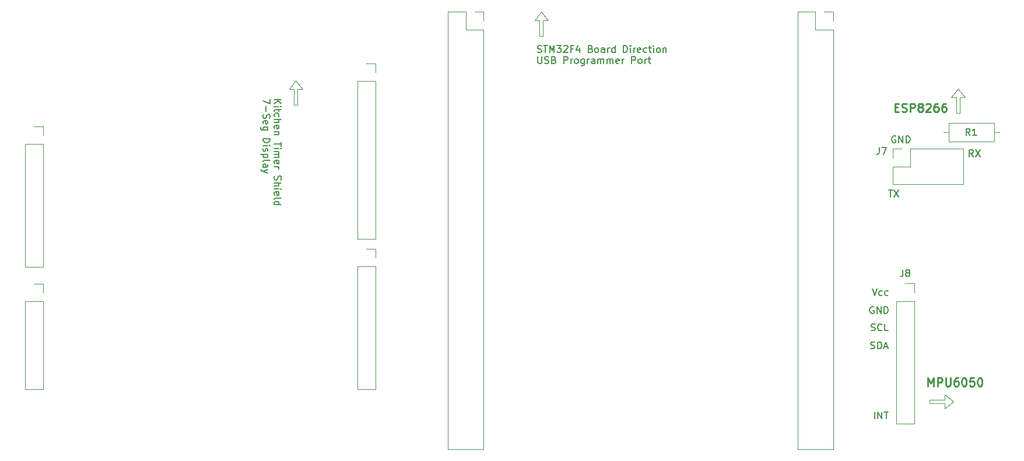
<source format=gbr>
%TF.GenerationSoftware,KiCad,Pcbnew,7.0.1*%
%TF.CreationDate,2023-05-07T16:57:40-06:00*%
%TF.ProjectId,Phase_C_STM_Shield,50686173-655f-4435-9f53-544d5f536869,rev?*%
%TF.SameCoordinates,Original*%
%TF.FileFunction,Legend,Top*%
%TF.FilePolarity,Positive*%
%FSLAX46Y46*%
G04 Gerber Fmt 4.6, Leading zero omitted, Abs format (unit mm)*
G04 Created by KiCad (PCBNEW 7.0.1) date 2023-05-07 16:57:40*
%MOMM*%
%LPD*%
G01*
G04 APERTURE LIST*
%ADD10C,0.120000*%
%ADD11C,0.150000*%
%ADD12C,0.240000*%
G04 APERTURE END LIST*
D10*
X85742400Y-51958400D02*
X84742400Y-50708400D01*
X84742400Y-50708400D02*
X83742400Y-51958400D01*
X180654800Y-53152800D02*
X179904800Y-53152800D01*
X120134600Y-41970600D02*
X119384600Y-41970600D01*
X121384600Y-41970600D02*
X120384600Y-40720600D01*
X178968400Y-98362200D02*
X178968400Y-97612200D01*
X84492400Y-51958400D02*
X83742400Y-51958400D01*
X180654800Y-55402800D02*
X181154800Y-55402800D01*
X84492400Y-54208400D02*
X84992400Y-54208400D01*
X180654800Y-53152800D02*
X180654800Y-55402800D01*
X84492400Y-51958400D02*
X84492400Y-54208400D01*
X121384600Y-41970600D02*
X120634600Y-41970600D01*
X178968400Y-97112200D02*
X176718400Y-97112200D01*
X181154800Y-55402800D02*
X181154800Y-53152800D01*
X180218400Y-97362200D02*
X178968400Y-96362200D01*
X181904800Y-53152800D02*
X181154800Y-53152800D01*
X180904800Y-51902800D02*
X179904800Y-53152800D01*
X176718400Y-97112200D02*
X176718400Y-97612200D01*
X178968400Y-97112200D02*
X178968400Y-96362200D01*
X85742400Y-51958400D02*
X84992400Y-51958400D01*
X84992400Y-54208400D02*
X84992400Y-51958400D01*
X120134600Y-44220600D02*
X120634600Y-44220600D01*
X178968400Y-98362200D02*
X180218400Y-97362200D01*
X120634600Y-44220600D02*
X120634600Y-41970600D01*
X176718400Y-97612200D02*
X178968400Y-97612200D01*
X120134600Y-41970600D02*
X120134600Y-44220600D01*
X120384600Y-40720600D02*
X119384600Y-41970600D01*
X181904800Y-53152800D02*
X180904800Y-51902800D01*
D11*
X183078933Y-61783619D02*
X182745600Y-61307428D01*
X182507505Y-61783619D02*
X182507505Y-60783619D01*
X182507505Y-60783619D02*
X182888457Y-60783619D01*
X182888457Y-60783619D02*
X182983695Y-60831238D01*
X182983695Y-60831238D02*
X183031314Y-60878857D01*
X183031314Y-60878857D02*
X183078933Y-60974095D01*
X183078933Y-60974095D02*
X183078933Y-61116952D01*
X183078933Y-61116952D02*
X183031314Y-61212190D01*
X183031314Y-61212190D02*
X182983695Y-61259809D01*
X182983695Y-61259809D02*
X182888457Y-61307428D01*
X182888457Y-61307428D02*
X182507505Y-61307428D01*
X183412267Y-60783619D02*
X184078933Y-61783619D01*
X184078933Y-60783619D02*
X183412267Y-61783619D01*
X168252924Y-87003600D02*
X168395781Y-87051219D01*
X168395781Y-87051219D02*
X168633876Y-87051219D01*
X168633876Y-87051219D02*
X168729114Y-87003600D01*
X168729114Y-87003600D02*
X168776733Y-86955980D01*
X168776733Y-86955980D02*
X168824352Y-86860742D01*
X168824352Y-86860742D02*
X168824352Y-86765504D01*
X168824352Y-86765504D02*
X168776733Y-86670266D01*
X168776733Y-86670266D02*
X168729114Y-86622647D01*
X168729114Y-86622647D02*
X168633876Y-86575028D01*
X168633876Y-86575028D02*
X168443400Y-86527409D01*
X168443400Y-86527409D02*
X168348162Y-86479790D01*
X168348162Y-86479790D02*
X168300543Y-86432171D01*
X168300543Y-86432171D02*
X168252924Y-86336933D01*
X168252924Y-86336933D02*
X168252924Y-86241695D01*
X168252924Y-86241695D02*
X168300543Y-86146457D01*
X168300543Y-86146457D02*
X168348162Y-86098838D01*
X168348162Y-86098838D02*
X168443400Y-86051219D01*
X168443400Y-86051219D02*
X168681495Y-86051219D01*
X168681495Y-86051219D02*
X168824352Y-86098838D01*
X169824352Y-86955980D02*
X169776733Y-87003600D01*
X169776733Y-87003600D02*
X169633876Y-87051219D01*
X169633876Y-87051219D02*
X169538638Y-87051219D01*
X169538638Y-87051219D02*
X169395781Y-87003600D01*
X169395781Y-87003600D02*
X169300543Y-86908361D01*
X169300543Y-86908361D02*
X169252924Y-86813123D01*
X169252924Y-86813123D02*
X169205305Y-86622647D01*
X169205305Y-86622647D02*
X169205305Y-86479790D01*
X169205305Y-86479790D02*
X169252924Y-86289314D01*
X169252924Y-86289314D02*
X169300543Y-86194076D01*
X169300543Y-86194076D02*
X169395781Y-86098838D01*
X169395781Y-86098838D02*
X169538638Y-86051219D01*
X169538638Y-86051219D02*
X169633876Y-86051219D01*
X169633876Y-86051219D02*
X169776733Y-86098838D01*
X169776733Y-86098838D02*
X169824352Y-86146457D01*
X170729114Y-87051219D02*
X170252924Y-87051219D01*
X170252924Y-87051219D02*
X170252924Y-86051219D01*
X119825076Y-46575600D02*
X119967933Y-46623219D01*
X119967933Y-46623219D02*
X120206028Y-46623219D01*
X120206028Y-46623219D02*
X120301266Y-46575600D01*
X120301266Y-46575600D02*
X120348885Y-46527980D01*
X120348885Y-46527980D02*
X120396504Y-46432742D01*
X120396504Y-46432742D02*
X120396504Y-46337504D01*
X120396504Y-46337504D02*
X120348885Y-46242266D01*
X120348885Y-46242266D02*
X120301266Y-46194647D01*
X120301266Y-46194647D02*
X120206028Y-46147028D01*
X120206028Y-46147028D02*
X120015552Y-46099409D01*
X120015552Y-46099409D02*
X119920314Y-46051790D01*
X119920314Y-46051790D02*
X119872695Y-46004171D01*
X119872695Y-46004171D02*
X119825076Y-45908933D01*
X119825076Y-45908933D02*
X119825076Y-45813695D01*
X119825076Y-45813695D02*
X119872695Y-45718457D01*
X119872695Y-45718457D02*
X119920314Y-45670838D01*
X119920314Y-45670838D02*
X120015552Y-45623219D01*
X120015552Y-45623219D02*
X120253647Y-45623219D01*
X120253647Y-45623219D02*
X120396504Y-45670838D01*
X120682219Y-45623219D02*
X121253647Y-45623219D01*
X120967933Y-46623219D02*
X120967933Y-45623219D01*
X121586981Y-46623219D02*
X121586981Y-45623219D01*
X121586981Y-45623219D02*
X121920314Y-46337504D01*
X121920314Y-46337504D02*
X122253647Y-45623219D01*
X122253647Y-45623219D02*
X122253647Y-46623219D01*
X122634600Y-45623219D02*
X123253647Y-45623219D01*
X123253647Y-45623219D02*
X122920314Y-46004171D01*
X122920314Y-46004171D02*
X123063171Y-46004171D01*
X123063171Y-46004171D02*
X123158409Y-46051790D01*
X123158409Y-46051790D02*
X123206028Y-46099409D01*
X123206028Y-46099409D02*
X123253647Y-46194647D01*
X123253647Y-46194647D02*
X123253647Y-46432742D01*
X123253647Y-46432742D02*
X123206028Y-46527980D01*
X123206028Y-46527980D02*
X123158409Y-46575600D01*
X123158409Y-46575600D02*
X123063171Y-46623219D01*
X123063171Y-46623219D02*
X122777457Y-46623219D01*
X122777457Y-46623219D02*
X122682219Y-46575600D01*
X122682219Y-46575600D02*
X122634600Y-46527980D01*
X123634600Y-45718457D02*
X123682219Y-45670838D01*
X123682219Y-45670838D02*
X123777457Y-45623219D01*
X123777457Y-45623219D02*
X124015552Y-45623219D01*
X124015552Y-45623219D02*
X124110790Y-45670838D01*
X124110790Y-45670838D02*
X124158409Y-45718457D01*
X124158409Y-45718457D02*
X124206028Y-45813695D01*
X124206028Y-45813695D02*
X124206028Y-45908933D01*
X124206028Y-45908933D02*
X124158409Y-46051790D01*
X124158409Y-46051790D02*
X123586981Y-46623219D01*
X123586981Y-46623219D02*
X124206028Y-46623219D01*
X124967933Y-46099409D02*
X124634600Y-46099409D01*
X124634600Y-46623219D02*
X124634600Y-45623219D01*
X124634600Y-45623219D02*
X125110790Y-45623219D01*
X125920314Y-45956552D02*
X125920314Y-46623219D01*
X125682219Y-45575600D02*
X125444124Y-46289885D01*
X125444124Y-46289885D02*
X126063171Y-46289885D01*
X127539362Y-46099409D02*
X127682219Y-46147028D01*
X127682219Y-46147028D02*
X127729838Y-46194647D01*
X127729838Y-46194647D02*
X127777457Y-46289885D01*
X127777457Y-46289885D02*
X127777457Y-46432742D01*
X127777457Y-46432742D02*
X127729838Y-46527980D01*
X127729838Y-46527980D02*
X127682219Y-46575600D01*
X127682219Y-46575600D02*
X127586981Y-46623219D01*
X127586981Y-46623219D02*
X127206029Y-46623219D01*
X127206029Y-46623219D02*
X127206029Y-45623219D01*
X127206029Y-45623219D02*
X127539362Y-45623219D01*
X127539362Y-45623219D02*
X127634600Y-45670838D01*
X127634600Y-45670838D02*
X127682219Y-45718457D01*
X127682219Y-45718457D02*
X127729838Y-45813695D01*
X127729838Y-45813695D02*
X127729838Y-45908933D01*
X127729838Y-45908933D02*
X127682219Y-46004171D01*
X127682219Y-46004171D02*
X127634600Y-46051790D01*
X127634600Y-46051790D02*
X127539362Y-46099409D01*
X127539362Y-46099409D02*
X127206029Y-46099409D01*
X128348886Y-46623219D02*
X128253648Y-46575600D01*
X128253648Y-46575600D02*
X128206029Y-46527980D01*
X128206029Y-46527980D02*
X128158410Y-46432742D01*
X128158410Y-46432742D02*
X128158410Y-46147028D01*
X128158410Y-46147028D02*
X128206029Y-46051790D01*
X128206029Y-46051790D02*
X128253648Y-46004171D01*
X128253648Y-46004171D02*
X128348886Y-45956552D01*
X128348886Y-45956552D02*
X128491743Y-45956552D01*
X128491743Y-45956552D02*
X128586981Y-46004171D01*
X128586981Y-46004171D02*
X128634600Y-46051790D01*
X128634600Y-46051790D02*
X128682219Y-46147028D01*
X128682219Y-46147028D02*
X128682219Y-46432742D01*
X128682219Y-46432742D02*
X128634600Y-46527980D01*
X128634600Y-46527980D02*
X128586981Y-46575600D01*
X128586981Y-46575600D02*
X128491743Y-46623219D01*
X128491743Y-46623219D02*
X128348886Y-46623219D01*
X129539362Y-46623219D02*
X129539362Y-46099409D01*
X129539362Y-46099409D02*
X129491743Y-46004171D01*
X129491743Y-46004171D02*
X129396505Y-45956552D01*
X129396505Y-45956552D02*
X129206029Y-45956552D01*
X129206029Y-45956552D02*
X129110791Y-46004171D01*
X129539362Y-46575600D02*
X129444124Y-46623219D01*
X129444124Y-46623219D02*
X129206029Y-46623219D01*
X129206029Y-46623219D02*
X129110791Y-46575600D01*
X129110791Y-46575600D02*
X129063172Y-46480361D01*
X129063172Y-46480361D02*
X129063172Y-46385123D01*
X129063172Y-46385123D02*
X129110791Y-46289885D01*
X129110791Y-46289885D02*
X129206029Y-46242266D01*
X129206029Y-46242266D02*
X129444124Y-46242266D01*
X129444124Y-46242266D02*
X129539362Y-46194647D01*
X130015553Y-46623219D02*
X130015553Y-45956552D01*
X130015553Y-46147028D02*
X130063172Y-46051790D01*
X130063172Y-46051790D02*
X130110791Y-46004171D01*
X130110791Y-46004171D02*
X130206029Y-45956552D01*
X130206029Y-45956552D02*
X130301267Y-45956552D01*
X131063172Y-46623219D02*
X131063172Y-45623219D01*
X131063172Y-46575600D02*
X130967934Y-46623219D01*
X130967934Y-46623219D02*
X130777458Y-46623219D01*
X130777458Y-46623219D02*
X130682220Y-46575600D01*
X130682220Y-46575600D02*
X130634601Y-46527980D01*
X130634601Y-46527980D02*
X130586982Y-46432742D01*
X130586982Y-46432742D02*
X130586982Y-46147028D01*
X130586982Y-46147028D02*
X130634601Y-46051790D01*
X130634601Y-46051790D02*
X130682220Y-46004171D01*
X130682220Y-46004171D02*
X130777458Y-45956552D01*
X130777458Y-45956552D02*
X130967934Y-45956552D01*
X130967934Y-45956552D02*
X131063172Y-46004171D01*
X132301268Y-46623219D02*
X132301268Y-45623219D01*
X132301268Y-45623219D02*
X132539363Y-45623219D01*
X132539363Y-45623219D02*
X132682220Y-45670838D01*
X132682220Y-45670838D02*
X132777458Y-45766076D01*
X132777458Y-45766076D02*
X132825077Y-45861314D01*
X132825077Y-45861314D02*
X132872696Y-46051790D01*
X132872696Y-46051790D02*
X132872696Y-46194647D01*
X132872696Y-46194647D02*
X132825077Y-46385123D01*
X132825077Y-46385123D02*
X132777458Y-46480361D01*
X132777458Y-46480361D02*
X132682220Y-46575600D01*
X132682220Y-46575600D02*
X132539363Y-46623219D01*
X132539363Y-46623219D02*
X132301268Y-46623219D01*
X133301268Y-46623219D02*
X133301268Y-45956552D01*
X133301268Y-45623219D02*
X133253649Y-45670838D01*
X133253649Y-45670838D02*
X133301268Y-45718457D01*
X133301268Y-45718457D02*
X133348887Y-45670838D01*
X133348887Y-45670838D02*
X133301268Y-45623219D01*
X133301268Y-45623219D02*
X133301268Y-45718457D01*
X133777458Y-46623219D02*
X133777458Y-45956552D01*
X133777458Y-46147028D02*
X133825077Y-46051790D01*
X133825077Y-46051790D02*
X133872696Y-46004171D01*
X133872696Y-46004171D02*
X133967934Y-45956552D01*
X133967934Y-45956552D02*
X134063172Y-45956552D01*
X134777458Y-46575600D02*
X134682220Y-46623219D01*
X134682220Y-46623219D02*
X134491744Y-46623219D01*
X134491744Y-46623219D02*
X134396506Y-46575600D01*
X134396506Y-46575600D02*
X134348887Y-46480361D01*
X134348887Y-46480361D02*
X134348887Y-46099409D01*
X134348887Y-46099409D02*
X134396506Y-46004171D01*
X134396506Y-46004171D02*
X134491744Y-45956552D01*
X134491744Y-45956552D02*
X134682220Y-45956552D01*
X134682220Y-45956552D02*
X134777458Y-46004171D01*
X134777458Y-46004171D02*
X134825077Y-46099409D01*
X134825077Y-46099409D02*
X134825077Y-46194647D01*
X134825077Y-46194647D02*
X134348887Y-46289885D01*
X135682220Y-46575600D02*
X135586982Y-46623219D01*
X135586982Y-46623219D02*
X135396506Y-46623219D01*
X135396506Y-46623219D02*
X135301268Y-46575600D01*
X135301268Y-46575600D02*
X135253649Y-46527980D01*
X135253649Y-46527980D02*
X135206030Y-46432742D01*
X135206030Y-46432742D02*
X135206030Y-46147028D01*
X135206030Y-46147028D02*
X135253649Y-46051790D01*
X135253649Y-46051790D02*
X135301268Y-46004171D01*
X135301268Y-46004171D02*
X135396506Y-45956552D01*
X135396506Y-45956552D02*
X135586982Y-45956552D01*
X135586982Y-45956552D02*
X135682220Y-46004171D01*
X135967935Y-45956552D02*
X136348887Y-45956552D01*
X136110792Y-45623219D02*
X136110792Y-46480361D01*
X136110792Y-46480361D02*
X136158411Y-46575600D01*
X136158411Y-46575600D02*
X136253649Y-46623219D01*
X136253649Y-46623219D02*
X136348887Y-46623219D01*
X136682221Y-46623219D02*
X136682221Y-45956552D01*
X136682221Y-45623219D02*
X136634602Y-45670838D01*
X136634602Y-45670838D02*
X136682221Y-45718457D01*
X136682221Y-45718457D02*
X136729840Y-45670838D01*
X136729840Y-45670838D02*
X136682221Y-45623219D01*
X136682221Y-45623219D02*
X136682221Y-45718457D01*
X137301268Y-46623219D02*
X137206030Y-46575600D01*
X137206030Y-46575600D02*
X137158411Y-46527980D01*
X137158411Y-46527980D02*
X137110792Y-46432742D01*
X137110792Y-46432742D02*
X137110792Y-46147028D01*
X137110792Y-46147028D02*
X137158411Y-46051790D01*
X137158411Y-46051790D02*
X137206030Y-46004171D01*
X137206030Y-46004171D02*
X137301268Y-45956552D01*
X137301268Y-45956552D02*
X137444125Y-45956552D01*
X137444125Y-45956552D02*
X137539363Y-46004171D01*
X137539363Y-46004171D02*
X137586982Y-46051790D01*
X137586982Y-46051790D02*
X137634601Y-46147028D01*
X137634601Y-46147028D02*
X137634601Y-46432742D01*
X137634601Y-46432742D02*
X137586982Y-46527980D01*
X137586982Y-46527980D02*
X137539363Y-46575600D01*
X137539363Y-46575600D02*
X137444125Y-46623219D01*
X137444125Y-46623219D02*
X137301268Y-46623219D01*
X138063173Y-45956552D02*
X138063173Y-46623219D01*
X138063173Y-46051790D02*
X138110792Y-46004171D01*
X138110792Y-46004171D02*
X138206030Y-45956552D01*
X138206030Y-45956552D02*
X138348887Y-45956552D01*
X138348887Y-45956552D02*
X138444125Y-46004171D01*
X138444125Y-46004171D02*
X138491744Y-46099409D01*
X138491744Y-46099409D02*
X138491744Y-46623219D01*
X119872695Y-47243219D02*
X119872695Y-48052742D01*
X119872695Y-48052742D02*
X119920314Y-48147980D01*
X119920314Y-48147980D02*
X119967933Y-48195600D01*
X119967933Y-48195600D02*
X120063171Y-48243219D01*
X120063171Y-48243219D02*
X120253647Y-48243219D01*
X120253647Y-48243219D02*
X120348885Y-48195600D01*
X120348885Y-48195600D02*
X120396504Y-48147980D01*
X120396504Y-48147980D02*
X120444123Y-48052742D01*
X120444123Y-48052742D02*
X120444123Y-47243219D01*
X120872695Y-48195600D02*
X121015552Y-48243219D01*
X121015552Y-48243219D02*
X121253647Y-48243219D01*
X121253647Y-48243219D02*
X121348885Y-48195600D01*
X121348885Y-48195600D02*
X121396504Y-48147980D01*
X121396504Y-48147980D02*
X121444123Y-48052742D01*
X121444123Y-48052742D02*
X121444123Y-47957504D01*
X121444123Y-47957504D02*
X121396504Y-47862266D01*
X121396504Y-47862266D02*
X121348885Y-47814647D01*
X121348885Y-47814647D02*
X121253647Y-47767028D01*
X121253647Y-47767028D02*
X121063171Y-47719409D01*
X121063171Y-47719409D02*
X120967933Y-47671790D01*
X120967933Y-47671790D02*
X120920314Y-47624171D01*
X120920314Y-47624171D02*
X120872695Y-47528933D01*
X120872695Y-47528933D02*
X120872695Y-47433695D01*
X120872695Y-47433695D02*
X120920314Y-47338457D01*
X120920314Y-47338457D02*
X120967933Y-47290838D01*
X120967933Y-47290838D02*
X121063171Y-47243219D01*
X121063171Y-47243219D02*
X121301266Y-47243219D01*
X121301266Y-47243219D02*
X121444123Y-47290838D01*
X122206028Y-47719409D02*
X122348885Y-47767028D01*
X122348885Y-47767028D02*
X122396504Y-47814647D01*
X122396504Y-47814647D02*
X122444123Y-47909885D01*
X122444123Y-47909885D02*
X122444123Y-48052742D01*
X122444123Y-48052742D02*
X122396504Y-48147980D01*
X122396504Y-48147980D02*
X122348885Y-48195600D01*
X122348885Y-48195600D02*
X122253647Y-48243219D01*
X122253647Y-48243219D02*
X121872695Y-48243219D01*
X121872695Y-48243219D02*
X121872695Y-47243219D01*
X121872695Y-47243219D02*
X122206028Y-47243219D01*
X122206028Y-47243219D02*
X122301266Y-47290838D01*
X122301266Y-47290838D02*
X122348885Y-47338457D01*
X122348885Y-47338457D02*
X122396504Y-47433695D01*
X122396504Y-47433695D02*
X122396504Y-47528933D01*
X122396504Y-47528933D02*
X122348885Y-47624171D01*
X122348885Y-47624171D02*
X122301266Y-47671790D01*
X122301266Y-47671790D02*
X122206028Y-47719409D01*
X122206028Y-47719409D02*
X121872695Y-47719409D01*
X123634600Y-48243219D02*
X123634600Y-47243219D01*
X123634600Y-47243219D02*
X124015552Y-47243219D01*
X124015552Y-47243219D02*
X124110790Y-47290838D01*
X124110790Y-47290838D02*
X124158409Y-47338457D01*
X124158409Y-47338457D02*
X124206028Y-47433695D01*
X124206028Y-47433695D02*
X124206028Y-47576552D01*
X124206028Y-47576552D02*
X124158409Y-47671790D01*
X124158409Y-47671790D02*
X124110790Y-47719409D01*
X124110790Y-47719409D02*
X124015552Y-47767028D01*
X124015552Y-47767028D02*
X123634600Y-47767028D01*
X124634600Y-48243219D02*
X124634600Y-47576552D01*
X124634600Y-47767028D02*
X124682219Y-47671790D01*
X124682219Y-47671790D02*
X124729838Y-47624171D01*
X124729838Y-47624171D02*
X124825076Y-47576552D01*
X124825076Y-47576552D02*
X124920314Y-47576552D01*
X125396505Y-48243219D02*
X125301267Y-48195600D01*
X125301267Y-48195600D02*
X125253648Y-48147980D01*
X125253648Y-48147980D02*
X125206029Y-48052742D01*
X125206029Y-48052742D02*
X125206029Y-47767028D01*
X125206029Y-47767028D02*
X125253648Y-47671790D01*
X125253648Y-47671790D02*
X125301267Y-47624171D01*
X125301267Y-47624171D02*
X125396505Y-47576552D01*
X125396505Y-47576552D02*
X125539362Y-47576552D01*
X125539362Y-47576552D02*
X125634600Y-47624171D01*
X125634600Y-47624171D02*
X125682219Y-47671790D01*
X125682219Y-47671790D02*
X125729838Y-47767028D01*
X125729838Y-47767028D02*
X125729838Y-48052742D01*
X125729838Y-48052742D02*
X125682219Y-48147980D01*
X125682219Y-48147980D02*
X125634600Y-48195600D01*
X125634600Y-48195600D02*
X125539362Y-48243219D01*
X125539362Y-48243219D02*
X125396505Y-48243219D01*
X126586981Y-47576552D02*
X126586981Y-48386076D01*
X126586981Y-48386076D02*
X126539362Y-48481314D01*
X126539362Y-48481314D02*
X126491743Y-48528933D01*
X126491743Y-48528933D02*
X126396505Y-48576552D01*
X126396505Y-48576552D02*
X126253648Y-48576552D01*
X126253648Y-48576552D02*
X126158410Y-48528933D01*
X126586981Y-48195600D02*
X126491743Y-48243219D01*
X126491743Y-48243219D02*
X126301267Y-48243219D01*
X126301267Y-48243219D02*
X126206029Y-48195600D01*
X126206029Y-48195600D02*
X126158410Y-48147980D01*
X126158410Y-48147980D02*
X126110791Y-48052742D01*
X126110791Y-48052742D02*
X126110791Y-47767028D01*
X126110791Y-47767028D02*
X126158410Y-47671790D01*
X126158410Y-47671790D02*
X126206029Y-47624171D01*
X126206029Y-47624171D02*
X126301267Y-47576552D01*
X126301267Y-47576552D02*
X126491743Y-47576552D01*
X126491743Y-47576552D02*
X126586981Y-47624171D01*
X127063172Y-48243219D02*
X127063172Y-47576552D01*
X127063172Y-47767028D02*
X127110791Y-47671790D01*
X127110791Y-47671790D02*
X127158410Y-47624171D01*
X127158410Y-47624171D02*
X127253648Y-47576552D01*
X127253648Y-47576552D02*
X127348886Y-47576552D01*
X128110791Y-48243219D02*
X128110791Y-47719409D01*
X128110791Y-47719409D02*
X128063172Y-47624171D01*
X128063172Y-47624171D02*
X127967934Y-47576552D01*
X127967934Y-47576552D02*
X127777458Y-47576552D01*
X127777458Y-47576552D02*
X127682220Y-47624171D01*
X128110791Y-48195600D02*
X128015553Y-48243219D01*
X128015553Y-48243219D02*
X127777458Y-48243219D01*
X127777458Y-48243219D02*
X127682220Y-48195600D01*
X127682220Y-48195600D02*
X127634601Y-48100361D01*
X127634601Y-48100361D02*
X127634601Y-48005123D01*
X127634601Y-48005123D02*
X127682220Y-47909885D01*
X127682220Y-47909885D02*
X127777458Y-47862266D01*
X127777458Y-47862266D02*
X128015553Y-47862266D01*
X128015553Y-47862266D02*
X128110791Y-47814647D01*
X128586982Y-48243219D02*
X128586982Y-47576552D01*
X128586982Y-47671790D02*
X128634601Y-47624171D01*
X128634601Y-47624171D02*
X128729839Y-47576552D01*
X128729839Y-47576552D02*
X128872696Y-47576552D01*
X128872696Y-47576552D02*
X128967934Y-47624171D01*
X128967934Y-47624171D02*
X129015553Y-47719409D01*
X129015553Y-47719409D02*
X129015553Y-48243219D01*
X129015553Y-47719409D02*
X129063172Y-47624171D01*
X129063172Y-47624171D02*
X129158410Y-47576552D01*
X129158410Y-47576552D02*
X129301267Y-47576552D01*
X129301267Y-47576552D02*
X129396506Y-47624171D01*
X129396506Y-47624171D02*
X129444125Y-47719409D01*
X129444125Y-47719409D02*
X129444125Y-48243219D01*
X129920315Y-48243219D02*
X129920315Y-47576552D01*
X129920315Y-47671790D02*
X129967934Y-47624171D01*
X129967934Y-47624171D02*
X130063172Y-47576552D01*
X130063172Y-47576552D02*
X130206029Y-47576552D01*
X130206029Y-47576552D02*
X130301267Y-47624171D01*
X130301267Y-47624171D02*
X130348886Y-47719409D01*
X130348886Y-47719409D02*
X130348886Y-48243219D01*
X130348886Y-47719409D02*
X130396505Y-47624171D01*
X130396505Y-47624171D02*
X130491743Y-47576552D01*
X130491743Y-47576552D02*
X130634600Y-47576552D01*
X130634600Y-47576552D02*
X130729839Y-47624171D01*
X130729839Y-47624171D02*
X130777458Y-47719409D01*
X130777458Y-47719409D02*
X130777458Y-48243219D01*
X131634600Y-48195600D02*
X131539362Y-48243219D01*
X131539362Y-48243219D02*
X131348886Y-48243219D01*
X131348886Y-48243219D02*
X131253648Y-48195600D01*
X131253648Y-48195600D02*
X131206029Y-48100361D01*
X131206029Y-48100361D02*
X131206029Y-47719409D01*
X131206029Y-47719409D02*
X131253648Y-47624171D01*
X131253648Y-47624171D02*
X131348886Y-47576552D01*
X131348886Y-47576552D02*
X131539362Y-47576552D01*
X131539362Y-47576552D02*
X131634600Y-47624171D01*
X131634600Y-47624171D02*
X131682219Y-47719409D01*
X131682219Y-47719409D02*
X131682219Y-47814647D01*
X131682219Y-47814647D02*
X131206029Y-47909885D01*
X132110791Y-48243219D02*
X132110791Y-47576552D01*
X132110791Y-47767028D02*
X132158410Y-47671790D01*
X132158410Y-47671790D02*
X132206029Y-47624171D01*
X132206029Y-47624171D02*
X132301267Y-47576552D01*
X132301267Y-47576552D02*
X132396505Y-47576552D01*
X133491744Y-48243219D02*
X133491744Y-47243219D01*
X133491744Y-47243219D02*
X133872696Y-47243219D01*
X133872696Y-47243219D02*
X133967934Y-47290838D01*
X133967934Y-47290838D02*
X134015553Y-47338457D01*
X134015553Y-47338457D02*
X134063172Y-47433695D01*
X134063172Y-47433695D02*
X134063172Y-47576552D01*
X134063172Y-47576552D02*
X134015553Y-47671790D01*
X134015553Y-47671790D02*
X133967934Y-47719409D01*
X133967934Y-47719409D02*
X133872696Y-47767028D01*
X133872696Y-47767028D02*
X133491744Y-47767028D01*
X134634601Y-48243219D02*
X134539363Y-48195600D01*
X134539363Y-48195600D02*
X134491744Y-48147980D01*
X134491744Y-48147980D02*
X134444125Y-48052742D01*
X134444125Y-48052742D02*
X134444125Y-47767028D01*
X134444125Y-47767028D02*
X134491744Y-47671790D01*
X134491744Y-47671790D02*
X134539363Y-47624171D01*
X134539363Y-47624171D02*
X134634601Y-47576552D01*
X134634601Y-47576552D02*
X134777458Y-47576552D01*
X134777458Y-47576552D02*
X134872696Y-47624171D01*
X134872696Y-47624171D02*
X134920315Y-47671790D01*
X134920315Y-47671790D02*
X134967934Y-47767028D01*
X134967934Y-47767028D02*
X134967934Y-48052742D01*
X134967934Y-48052742D02*
X134920315Y-48147980D01*
X134920315Y-48147980D02*
X134872696Y-48195600D01*
X134872696Y-48195600D02*
X134777458Y-48243219D01*
X134777458Y-48243219D02*
X134634601Y-48243219D01*
X135396506Y-48243219D02*
X135396506Y-47576552D01*
X135396506Y-47767028D02*
X135444125Y-47671790D01*
X135444125Y-47671790D02*
X135491744Y-47624171D01*
X135491744Y-47624171D02*
X135586982Y-47576552D01*
X135586982Y-47576552D02*
X135682220Y-47576552D01*
X135872697Y-47576552D02*
X136253649Y-47576552D01*
X136015554Y-47243219D02*
X136015554Y-48100361D01*
X136015554Y-48100361D02*
X136063173Y-48195600D01*
X136063173Y-48195600D02*
X136158411Y-48243219D01*
X136158411Y-48243219D02*
X136253649Y-48243219D01*
D12*
X171712314Y-54619971D02*
X172112314Y-54619971D01*
X172283742Y-55248542D02*
X171712314Y-55248542D01*
X171712314Y-55248542D02*
X171712314Y-54048542D01*
X171712314Y-54048542D02*
X172283742Y-54048542D01*
X172740885Y-55191400D02*
X172912314Y-55248542D01*
X172912314Y-55248542D02*
X173198028Y-55248542D01*
X173198028Y-55248542D02*
X173312314Y-55191400D01*
X173312314Y-55191400D02*
X173369456Y-55134257D01*
X173369456Y-55134257D02*
X173426599Y-55019971D01*
X173426599Y-55019971D02*
X173426599Y-54905685D01*
X173426599Y-54905685D02*
X173369456Y-54791400D01*
X173369456Y-54791400D02*
X173312314Y-54734257D01*
X173312314Y-54734257D02*
X173198028Y-54677114D01*
X173198028Y-54677114D02*
X172969456Y-54619971D01*
X172969456Y-54619971D02*
X172855171Y-54562828D01*
X172855171Y-54562828D02*
X172798028Y-54505685D01*
X172798028Y-54505685D02*
X172740885Y-54391400D01*
X172740885Y-54391400D02*
X172740885Y-54277114D01*
X172740885Y-54277114D02*
X172798028Y-54162828D01*
X172798028Y-54162828D02*
X172855171Y-54105685D01*
X172855171Y-54105685D02*
X172969456Y-54048542D01*
X172969456Y-54048542D02*
X173255171Y-54048542D01*
X173255171Y-54048542D02*
X173426599Y-54105685D01*
X173940885Y-55248542D02*
X173940885Y-54048542D01*
X173940885Y-54048542D02*
X174398028Y-54048542D01*
X174398028Y-54048542D02*
X174512313Y-54105685D01*
X174512313Y-54105685D02*
X174569456Y-54162828D01*
X174569456Y-54162828D02*
X174626599Y-54277114D01*
X174626599Y-54277114D02*
X174626599Y-54448542D01*
X174626599Y-54448542D02*
X174569456Y-54562828D01*
X174569456Y-54562828D02*
X174512313Y-54619971D01*
X174512313Y-54619971D02*
X174398028Y-54677114D01*
X174398028Y-54677114D02*
X173940885Y-54677114D01*
X175312313Y-54562828D02*
X175198028Y-54505685D01*
X175198028Y-54505685D02*
X175140885Y-54448542D01*
X175140885Y-54448542D02*
X175083742Y-54334257D01*
X175083742Y-54334257D02*
X175083742Y-54277114D01*
X175083742Y-54277114D02*
X175140885Y-54162828D01*
X175140885Y-54162828D02*
X175198028Y-54105685D01*
X175198028Y-54105685D02*
X175312313Y-54048542D01*
X175312313Y-54048542D02*
X175540885Y-54048542D01*
X175540885Y-54048542D02*
X175655171Y-54105685D01*
X175655171Y-54105685D02*
X175712313Y-54162828D01*
X175712313Y-54162828D02*
X175769456Y-54277114D01*
X175769456Y-54277114D02*
X175769456Y-54334257D01*
X175769456Y-54334257D02*
X175712313Y-54448542D01*
X175712313Y-54448542D02*
X175655171Y-54505685D01*
X175655171Y-54505685D02*
X175540885Y-54562828D01*
X175540885Y-54562828D02*
X175312313Y-54562828D01*
X175312313Y-54562828D02*
X175198028Y-54619971D01*
X175198028Y-54619971D02*
X175140885Y-54677114D01*
X175140885Y-54677114D02*
X175083742Y-54791400D01*
X175083742Y-54791400D02*
X175083742Y-55019971D01*
X175083742Y-55019971D02*
X175140885Y-55134257D01*
X175140885Y-55134257D02*
X175198028Y-55191400D01*
X175198028Y-55191400D02*
X175312313Y-55248542D01*
X175312313Y-55248542D02*
X175540885Y-55248542D01*
X175540885Y-55248542D02*
X175655171Y-55191400D01*
X175655171Y-55191400D02*
X175712313Y-55134257D01*
X175712313Y-55134257D02*
X175769456Y-55019971D01*
X175769456Y-55019971D02*
X175769456Y-54791400D01*
X175769456Y-54791400D02*
X175712313Y-54677114D01*
X175712313Y-54677114D02*
X175655171Y-54619971D01*
X175655171Y-54619971D02*
X175540885Y-54562828D01*
X176226599Y-54162828D02*
X176283742Y-54105685D01*
X176283742Y-54105685D02*
X176398028Y-54048542D01*
X176398028Y-54048542D02*
X176683742Y-54048542D01*
X176683742Y-54048542D02*
X176798028Y-54105685D01*
X176798028Y-54105685D02*
X176855170Y-54162828D01*
X176855170Y-54162828D02*
X176912313Y-54277114D01*
X176912313Y-54277114D02*
X176912313Y-54391400D01*
X176912313Y-54391400D02*
X176855170Y-54562828D01*
X176855170Y-54562828D02*
X176169456Y-55248542D01*
X176169456Y-55248542D02*
X176912313Y-55248542D01*
X177940885Y-54048542D02*
X177712313Y-54048542D01*
X177712313Y-54048542D02*
X177598027Y-54105685D01*
X177598027Y-54105685D02*
X177540885Y-54162828D01*
X177540885Y-54162828D02*
X177426599Y-54334257D01*
X177426599Y-54334257D02*
X177369456Y-54562828D01*
X177369456Y-54562828D02*
X177369456Y-55019971D01*
X177369456Y-55019971D02*
X177426599Y-55134257D01*
X177426599Y-55134257D02*
X177483742Y-55191400D01*
X177483742Y-55191400D02*
X177598027Y-55248542D01*
X177598027Y-55248542D02*
X177826599Y-55248542D01*
X177826599Y-55248542D02*
X177940885Y-55191400D01*
X177940885Y-55191400D02*
X177998027Y-55134257D01*
X177998027Y-55134257D02*
X178055170Y-55019971D01*
X178055170Y-55019971D02*
X178055170Y-54734257D01*
X178055170Y-54734257D02*
X177998027Y-54619971D01*
X177998027Y-54619971D02*
X177940885Y-54562828D01*
X177940885Y-54562828D02*
X177826599Y-54505685D01*
X177826599Y-54505685D02*
X177598027Y-54505685D01*
X177598027Y-54505685D02*
X177483742Y-54562828D01*
X177483742Y-54562828D02*
X177426599Y-54619971D01*
X177426599Y-54619971D02*
X177369456Y-54734257D01*
X179083742Y-54048542D02*
X178855170Y-54048542D01*
X178855170Y-54048542D02*
X178740884Y-54105685D01*
X178740884Y-54105685D02*
X178683742Y-54162828D01*
X178683742Y-54162828D02*
X178569456Y-54334257D01*
X178569456Y-54334257D02*
X178512313Y-54562828D01*
X178512313Y-54562828D02*
X178512313Y-55019971D01*
X178512313Y-55019971D02*
X178569456Y-55134257D01*
X178569456Y-55134257D02*
X178626599Y-55191400D01*
X178626599Y-55191400D02*
X178740884Y-55248542D01*
X178740884Y-55248542D02*
X178969456Y-55248542D01*
X178969456Y-55248542D02*
X179083742Y-55191400D01*
X179083742Y-55191400D02*
X179140884Y-55134257D01*
X179140884Y-55134257D02*
X179198027Y-55019971D01*
X179198027Y-55019971D02*
X179198027Y-54734257D01*
X179198027Y-54734257D02*
X179140884Y-54619971D01*
X179140884Y-54619971D02*
X179083742Y-54562828D01*
X179083742Y-54562828D02*
X178969456Y-54505685D01*
X178969456Y-54505685D02*
X178740884Y-54505685D01*
X178740884Y-54505685D02*
X178626599Y-54562828D01*
X178626599Y-54562828D02*
X178569456Y-54619971D01*
X178569456Y-54619971D02*
X178512313Y-54734257D01*
X176510914Y-95103142D02*
X176510914Y-93903142D01*
X176510914Y-93903142D02*
X176910914Y-94760285D01*
X176910914Y-94760285D02*
X177310914Y-93903142D01*
X177310914Y-93903142D02*
X177310914Y-95103142D01*
X177882343Y-95103142D02*
X177882343Y-93903142D01*
X177882343Y-93903142D02*
X178339486Y-93903142D01*
X178339486Y-93903142D02*
X178453771Y-93960285D01*
X178453771Y-93960285D02*
X178510914Y-94017428D01*
X178510914Y-94017428D02*
X178568057Y-94131714D01*
X178568057Y-94131714D02*
X178568057Y-94303142D01*
X178568057Y-94303142D02*
X178510914Y-94417428D01*
X178510914Y-94417428D02*
X178453771Y-94474571D01*
X178453771Y-94474571D02*
X178339486Y-94531714D01*
X178339486Y-94531714D02*
X177882343Y-94531714D01*
X179082343Y-93903142D02*
X179082343Y-94874571D01*
X179082343Y-94874571D02*
X179139486Y-94988857D01*
X179139486Y-94988857D02*
X179196629Y-95046000D01*
X179196629Y-95046000D02*
X179310914Y-95103142D01*
X179310914Y-95103142D02*
X179539486Y-95103142D01*
X179539486Y-95103142D02*
X179653771Y-95046000D01*
X179653771Y-95046000D02*
X179710914Y-94988857D01*
X179710914Y-94988857D02*
X179768057Y-94874571D01*
X179768057Y-94874571D02*
X179768057Y-93903142D01*
X180853772Y-93903142D02*
X180625200Y-93903142D01*
X180625200Y-93903142D02*
X180510914Y-93960285D01*
X180510914Y-93960285D02*
X180453772Y-94017428D01*
X180453772Y-94017428D02*
X180339486Y-94188857D01*
X180339486Y-94188857D02*
X180282343Y-94417428D01*
X180282343Y-94417428D02*
X180282343Y-94874571D01*
X180282343Y-94874571D02*
X180339486Y-94988857D01*
X180339486Y-94988857D02*
X180396629Y-95046000D01*
X180396629Y-95046000D02*
X180510914Y-95103142D01*
X180510914Y-95103142D02*
X180739486Y-95103142D01*
X180739486Y-95103142D02*
X180853772Y-95046000D01*
X180853772Y-95046000D02*
X180910914Y-94988857D01*
X180910914Y-94988857D02*
X180968057Y-94874571D01*
X180968057Y-94874571D02*
X180968057Y-94588857D01*
X180968057Y-94588857D02*
X180910914Y-94474571D01*
X180910914Y-94474571D02*
X180853772Y-94417428D01*
X180853772Y-94417428D02*
X180739486Y-94360285D01*
X180739486Y-94360285D02*
X180510914Y-94360285D01*
X180510914Y-94360285D02*
X180396629Y-94417428D01*
X180396629Y-94417428D02*
X180339486Y-94474571D01*
X180339486Y-94474571D02*
X180282343Y-94588857D01*
X181710914Y-93903142D02*
X181825200Y-93903142D01*
X181825200Y-93903142D02*
X181939486Y-93960285D01*
X181939486Y-93960285D02*
X181996629Y-94017428D01*
X181996629Y-94017428D02*
X182053771Y-94131714D01*
X182053771Y-94131714D02*
X182110914Y-94360285D01*
X182110914Y-94360285D02*
X182110914Y-94646000D01*
X182110914Y-94646000D02*
X182053771Y-94874571D01*
X182053771Y-94874571D02*
X181996629Y-94988857D01*
X181996629Y-94988857D02*
X181939486Y-95046000D01*
X181939486Y-95046000D02*
X181825200Y-95103142D01*
X181825200Y-95103142D02*
X181710914Y-95103142D01*
X181710914Y-95103142D02*
X181596629Y-95046000D01*
X181596629Y-95046000D02*
X181539486Y-94988857D01*
X181539486Y-94988857D02*
X181482343Y-94874571D01*
X181482343Y-94874571D02*
X181425200Y-94646000D01*
X181425200Y-94646000D02*
X181425200Y-94360285D01*
X181425200Y-94360285D02*
X181482343Y-94131714D01*
X181482343Y-94131714D02*
X181539486Y-94017428D01*
X181539486Y-94017428D02*
X181596629Y-93960285D01*
X181596629Y-93960285D02*
X181710914Y-93903142D01*
X183196628Y-93903142D02*
X182625200Y-93903142D01*
X182625200Y-93903142D02*
X182568057Y-94474571D01*
X182568057Y-94474571D02*
X182625200Y-94417428D01*
X182625200Y-94417428D02*
X182739486Y-94360285D01*
X182739486Y-94360285D02*
X183025200Y-94360285D01*
X183025200Y-94360285D02*
X183139486Y-94417428D01*
X183139486Y-94417428D02*
X183196628Y-94474571D01*
X183196628Y-94474571D02*
X183253771Y-94588857D01*
X183253771Y-94588857D02*
X183253771Y-94874571D01*
X183253771Y-94874571D02*
X183196628Y-94988857D01*
X183196628Y-94988857D02*
X183139486Y-95046000D01*
X183139486Y-95046000D02*
X183025200Y-95103142D01*
X183025200Y-95103142D02*
X182739486Y-95103142D01*
X182739486Y-95103142D02*
X182625200Y-95046000D01*
X182625200Y-95046000D02*
X182568057Y-94988857D01*
X183996628Y-93903142D02*
X184110914Y-93903142D01*
X184110914Y-93903142D02*
X184225200Y-93960285D01*
X184225200Y-93960285D02*
X184282343Y-94017428D01*
X184282343Y-94017428D02*
X184339485Y-94131714D01*
X184339485Y-94131714D02*
X184396628Y-94360285D01*
X184396628Y-94360285D02*
X184396628Y-94646000D01*
X184396628Y-94646000D02*
X184339485Y-94874571D01*
X184339485Y-94874571D02*
X184282343Y-94988857D01*
X184282343Y-94988857D02*
X184225200Y-95046000D01*
X184225200Y-95046000D02*
X184110914Y-95103142D01*
X184110914Y-95103142D02*
X183996628Y-95103142D01*
X183996628Y-95103142D02*
X183882343Y-95046000D01*
X183882343Y-95046000D02*
X183825200Y-94988857D01*
X183825200Y-94988857D02*
X183768057Y-94874571D01*
X183768057Y-94874571D02*
X183710914Y-94646000D01*
X183710914Y-94646000D02*
X183710914Y-94360285D01*
X183710914Y-94360285D02*
X183768057Y-94131714D01*
X183768057Y-94131714D02*
X183825200Y-94017428D01*
X183825200Y-94017428D02*
X183882343Y-93960285D01*
X183882343Y-93960285D02*
X183996628Y-93903142D01*
D11*
X171815695Y-58799238D02*
X171720457Y-58751619D01*
X171720457Y-58751619D02*
X171577600Y-58751619D01*
X171577600Y-58751619D02*
X171434743Y-58799238D01*
X171434743Y-58799238D02*
X171339505Y-58894476D01*
X171339505Y-58894476D02*
X171291886Y-58989714D01*
X171291886Y-58989714D02*
X171244267Y-59180190D01*
X171244267Y-59180190D02*
X171244267Y-59323047D01*
X171244267Y-59323047D02*
X171291886Y-59513523D01*
X171291886Y-59513523D02*
X171339505Y-59608761D01*
X171339505Y-59608761D02*
X171434743Y-59704000D01*
X171434743Y-59704000D02*
X171577600Y-59751619D01*
X171577600Y-59751619D02*
X171672838Y-59751619D01*
X171672838Y-59751619D02*
X171815695Y-59704000D01*
X171815695Y-59704000D02*
X171863314Y-59656380D01*
X171863314Y-59656380D02*
X171863314Y-59323047D01*
X171863314Y-59323047D02*
X171672838Y-59323047D01*
X172291886Y-59751619D02*
X172291886Y-58751619D01*
X172291886Y-58751619D02*
X172863314Y-59751619D01*
X172863314Y-59751619D02*
X172863314Y-58751619D01*
X173339505Y-59751619D02*
X173339505Y-58751619D01*
X173339505Y-58751619D02*
X173577600Y-58751619D01*
X173577600Y-58751619D02*
X173720457Y-58799238D01*
X173720457Y-58799238D02*
X173815695Y-58894476D01*
X173815695Y-58894476D02*
X173863314Y-58989714D01*
X173863314Y-58989714D02*
X173910933Y-59180190D01*
X173910933Y-59180190D02*
X173910933Y-59323047D01*
X173910933Y-59323047D02*
X173863314Y-59513523D01*
X173863314Y-59513523D02*
X173815695Y-59608761D01*
X173815695Y-59608761D02*
X173720457Y-59704000D01*
X173720457Y-59704000D02*
X173577600Y-59751619D01*
X173577600Y-59751619D02*
X173339505Y-59751619D01*
X168630695Y-83609638D02*
X168535457Y-83562019D01*
X168535457Y-83562019D02*
X168392600Y-83562019D01*
X168392600Y-83562019D02*
X168249743Y-83609638D01*
X168249743Y-83609638D02*
X168154505Y-83704876D01*
X168154505Y-83704876D02*
X168106886Y-83800114D01*
X168106886Y-83800114D02*
X168059267Y-83990590D01*
X168059267Y-83990590D02*
X168059267Y-84133447D01*
X168059267Y-84133447D02*
X168106886Y-84323923D01*
X168106886Y-84323923D02*
X168154505Y-84419161D01*
X168154505Y-84419161D02*
X168249743Y-84514400D01*
X168249743Y-84514400D02*
X168392600Y-84562019D01*
X168392600Y-84562019D02*
X168487838Y-84562019D01*
X168487838Y-84562019D02*
X168630695Y-84514400D01*
X168630695Y-84514400D02*
X168678314Y-84466780D01*
X168678314Y-84466780D02*
X168678314Y-84133447D01*
X168678314Y-84133447D02*
X168487838Y-84133447D01*
X169106886Y-84562019D02*
X169106886Y-83562019D01*
X169106886Y-83562019D02*
X169678314Y-84562019D01*
X169678314Y-84562019D02*
X169678314Y-83562019D01*
X170154505Y-84562019D02*
X170154505Y-83562019D01*
X170154505Y-83562019D02*
X170392600Y-83562019D01*
X170392600Y-83562019D02*
X170535457Y-83609638D01*
X170535457Y-83609638D02*
X170630695Y-83704876D01*
X170630695Y-83704876D02*
X170678314Y-83800114D01*
X170678314Y-83800114D02*
X170725933Y-83990590D01*
X170725933Y-83990590D02*
X170725933Y-84133447D01*
X170725933Y-84133447D02*
X170678314Y-84323923D01*
X170678314Y-84323923D02*
X170630695Y-84419161D01*
X170630695Y-84419161D02*
X170535457Y-84514400D01*
X170535457Y-84514400D02*
X170392600Y-84562019D01*
X170392600Y-84562019D02*
X170154505Y-84562019D01*
X168203714Y-89619800D02*
X168346571Y-89667419D01*
X168346571Y-89667419D02*
X168584666Y-89667419D01*
X168584666Y-89667419D02*
X168679904Y-89619800D01*
X168679904Y-89619800D02*
X168727523Y-89572180D01*
X168727523Y-89572180D02*
X168775142Y-89476942D01*
X168775142Y-89476942D02*
X168775142Y-89381704D01*
X168775142Y-89381704D02*
X168727523Y-89286466D01*
X168727523Y-89286466D02*
X168679904Y-89238847D01*
X168679904Y-89238847D02*
X168584666Y-89191228D01*
X168584666Y-89191228D02*
X168394190Y-89143609D01*
X168394190Y-89143609D02*
X168298952Y-89095990D01*
X168298952Y-89095990D02*
X168251333Y-89048371D01*
X168251333Y-89048371D02*
X168203714Y-88953133D01*
X168203714Y-88953133D02*
X168203714Y-88857895D01*
X168203714Y-88857895D02*
X168251333Y-88762657D01*
X168251333Y-88762657D02*
X168298952Y-88715038D01*
X168298952Y-88715038D02*
X168394190Y-88667419D01*
X168394190Y-88667419D02*
X168632285Y-88667419D01*
X168632285Y-88667419D02*
X168775142Y-88715038D01*
X169203714Y-89667419D02*
X169203714Y-88667419D01*
X169203714Y-88667419D02*
X169441809Y-88667419D01*
X169441809Y-88667419D02*
X169584666Y-88715038D01*
X169584666Y-88715038D02*
X169679904Y-88810276D01*
X169679904Y-88810276D02*
X169727523Y-88905514D01*
X169727523Y-88905514D02*
X169775142Y-89095990D01*
X169775142Y-89095990D02*
X169775142Y-89238847D01*
X169775142Y-89238847D02*
X169727523Y-89429323D01*
X169727523Y-89429323D02*
X169679904Y-89524561D01*
X169679904Y-89524561D02*
X169584666Y-89619800D01*
X169584666Y-89619800D02*
X169441809Y-89667419D01*
X169441809Y-89667419D02*
X169203714Y-89667419D01*
X170156095Y-89381704D02*
X170632285Y-89381704D01*
X170060857Y-89667419D02*
X170394190Y-88667419D01*
X170394190Y-88667419D02*
X170727523Y-89667419D01*
X168767238Y-99827419D02*
X168767238Y-98827419D01*
X169243428Y-99827419D02*
X169243428Y-98827419D01*
X169243428Y-98827419D02*
X169814856Y-99827419D01*
X169814856Y-99827419D02*
X169814856Y-98827419D01*
X170148190Y-98827419D02*
X170719618Y-98827419D01*
X170433904Y-99827419D02*
X170433904Y-98827419D01*
X81601980Y-53476495D02*
X82601980Y-53476495D01*
X81601980Y-54047923D02*
X82173409Y-53619352D01*
X82601980Y-54047923D02*
X82030552Y-53476495D01*
X81601980Y-54476495D02*
X82268647Y-54476495D01*
X82601980Y-54476495D02*
X82554361Y-54428876D01*
X82554361Y-54428876D02*
X82506742Y-54476495D01*
X82506742Y-54476495D02*
X82554361Y-54524114D01*
X82554361Y-54524114D02*
X82601980Y-54476495D01*
X82601980Y-54476495D02*
X82506742Y-54476495D01*
X82268647Y-54809828D02*
X82268647Y-55190780D01*
X82601980Y-54952685D02*
X81744838Y-54952685D01*
X81744838Y-54952685D02*
X81649600Y-55000304D01*
X81649600Y-55000304D02*
X81601980Y-55095542D01*
X81601980Y-55095542D02*
X81601980Y-55190780D01*
X81649600Y-55952685D02*
X81601980Y-55857447D01*
X81601980Y-55857447D02*
X81601980Y-55666971D01*
X81601980Y-55666971D02*
X81649600Y-55571733D01*
X81649600Y-55571733D02*
X81697219Y-55524114D01*
X81697219Y-55524114D02*
X81792457Y-55476495D01*
X81792457Y-55476495D02*
X82078171Y-55476495D01*
X82078171Y-55476495D02*
X82173409Y-55524114D01*
X82173409Y-55524114D02*
X82221028Y-55571733D01*
X82221028Y-55571733D02*
X82268647Y-55666971D01*
X82268647Y-55666971D02*
X82268647Y-55857447D01*
X82268647Y-55857447D02*
X82221028Y-55952685D01*
X81601980Y-56381257D02*
X82601980Y-56381257D01*
X81601980Y-56809828D02*
X82125790Y-56809828D01*
X82125790Y-56809828D02*
X82221028Y-56762209D01*
X82221028Y-56762209D02*
X82268647Y-56666971D01*
X82268647Y-56666971D02*
X82268647Y-56524114D01*
X82268647Y-56524114D02*
X82221028Y-56428876D01*
X82221028Y-56428876D02*
X82173409Y-56381257D01*
X81649600Y-57666971D02*
X81601980Y-57571733D01*
X81601980Y-57571733D02*
X81601980Y-57381257D01*
X81601980Y-57381257D02*
X81649600Y-57286019D01*
X81649600Y-57286019D02*
X81744838Y-57238400D01*
X81744838Y-57238400D02*
X82125790Y-57238400D01*
X82125790Y-57238400D02*
X82221028Y-57286019D01*
X82221028Y-57286019D02*
X82268647Y-57381257D01*
X82268647Y-57381257D02*
X82268647Y-57571733D01*
X82268647Y-57571733D02*
X82221028Y-57666971D01*
X82221028Y-57666971D02*
X82125790Y-57714590D01*
X82125790Y-57714590D02*
X82030552Y-57714590D01*
X82030552Y-57714590D02*
X81935314Y-57238400D01*
X82268647Y-58143162D02*
X81601980Y-58143162D01*
X82173409Y-58143162D02*
X82221028Y-58190781D01*
X82221028Y-58190781D02*
X82268647Y-58286019D01*
X82268647Y-58286019D02*
X82268647Y-58428876D01*
X82268647Y-58428876D02*
X82221028Y-58524114D01*
X82221028Y-58524114D02*
X82125790Y-58571733D01*
X82125790Y-58571733D02*
X81601980Y-58571733D01*
X82601980Y-59666972D02*
X82601980Y-60238400D01*
X81601980Y-59952686D02*
X82601980Y-59952686D01*
X81601980Y-60571734D02*
X82268647Y-60571734D01*
X82601980Y-60571734D02*
X82554361Y-60524115D01*
X82554361Y-60524115D02*
X82506742Y-60571734D01*
X82506742Y-60571734D02*
X82554361Y-60619353D01*
X82554361Y-60619353D02*
X82601980Y-60571734D01*
X82601980Y-60571734D02*
X82506742Y-60571734D01*
X81601980Y-61047924D02*
X82268647Y-61047924D01*
X82173409Y-61047924D02*
X82221028Y-61095543D01*
X82221028Y-61095543D02*
X82268647Y-61190781D01*
X82268647Y-61190781D02*
X82268647Y-61333638D01*
X82268647Y-61333638D02*
X82221028Y-61428876D01*
X82221028Y-61428876D02*
X82125790Y-61476495D01*
X82125790Y-61476495D02*
X81601980Y-61476495D01*
X82125790Y-61476495D02*
X82221028Y-61524114D01*
X82221028Y-61524114D02*
X82268647Y-61619352D01*
X82268647Y-61619352D02*
X82268647Y-61762209D01*
X82268647Y-61762209D02*
X82221028Y-61857448D01*
X82221028Y-61857448D02*
X82125790Y-61905067D01*
X82125790Y-61905067D02*
X81601980Y-61905067D01*
X81649600Y-62762209D02*
X81601980Y-62666971D01*
X81601980Y-62666971D02*
X81601980Y-62476495D01*
X81601980Y-62476495D02*
X81649600Y-62381257D01*
X81649600Y-62381257D02*
X81744838Y-62333638D01*
X81744838Y-62333638D02*
X82125790Y-62333638D01*
X82125790Y-62333638D02*
X82221028Y-62381257D01*
X82221028Y-62381257D02*
X82268647Y-62476495D01*
X82268647Y-62476495D02*
X82268647Y-62666971D01*
X82268647Y-62666971D02*
X82221028Y-62762209D01*
X82221028Y-62762209D02*
X82125790Y-62809828D01*
X82125790Y-62809828D02*
X82030552Y-62809828D01*
X82030552Y-62809828D02*
X81935314Y-62333638D01*
X81601980Y-63238400D02*
X82268647Y-63238400D01*
X82078171Y-63238400D02*
X82173409Y-63286019D01*
X82173409Y-63286019D02*
X82221028Y-63333638D01*
X82221028Y-63333638D02*
X82268647Y-63428876D01*
X82268647Y-63428876D02*
X82268647Y-63524114D01*
X81649600Y-64571734D02*
X81601980Y-64714591D01*
X81601980Y-64714591D02*
X81601980Y-64952686D01*
X81601980Y-64952686D02*
X81649600Y-65047924D01*
X81649600Y-65047924D02*
X81697219Y-65095543D01*
X81697219Y-65095543D02*
X81792457Y-65143162D01*
X81792457Y-65143162D02*
X81887695Y-65143162D01*
X81887695Y-65143162D02*
X81982933Y-65095543D01*
X81982933Y-65095543D02*
X82030552Y-65047924D01*
X82030552Y-65047924D02*
X82078171Y-64952686D01*
X82078171Y-64952686D02*
X82125790Y-64762210D01*
X82125790Y-64762210D02*
X82173409Y-64666972D01*
X82173409Y-64666972D02*
X82221028Y-64619353D01*
X82221028Y-64619353D02*
X82316266Y-64571734D01*
X82316266Y-64571734D02*
X82411504Y-64571734D01*
X82411504Y-64571734D02*
X82506742Y-64619353D01*
X82506742Y-64619353D02*
X82554361Y-64666972D01*
X82554361Y-64666972D02*
X82601980Y-64762210D01*
X82601980Y-64762210D02*
X82601980Y-65000305D01*
X82601980Y-65000305D02*
X82554361Y-65143162D01*
X81601980Y-65571734D02*
X82601980Y-65571734D01*
X81601980Y-66000305D02*
X82125790Y-66000305D01*
X82125790Y-66000305D02*
X82221028Y-65952686D01*
X82221028Y-65952686D02*
X82268647Y-65857448D01*
X82268647Y-65857448D02*
X82268647Y-65714591D01*
X82268647Y-65714591D02*
X82221028Y-65619353D01*
X82221028Y-65619353D02*
X82173409Y-65571734D01*
X81601980Y-66476496D02*
X82268647Y-66476496D01*
X82601980Y-66476496D02*
X82554361Y-66428877D01*
X82554361Y-66428877D02*
X82506742Y-66476496D01*
X82506742Y-66476496D02*
X82554361Y-66524115D01*
X82554361Y-66524115D02*
X82601980Y-66476496D01*
X82601980Y-66476496D02*
X82506742Y-66476496D01*
X81649600Y-67333638D02*
X81601980Y-67238400D01*
X81601980Y-67238400D02*
X81601980Y-67047924D01*
X81601980Y-67047924D02*
X81649600Y-66952686D01*
X81649600Y-66952686D02*
X81744838Y-66905067D01*
X81744838Y-66905067D02*
X82125790Y-66905067D01*
X82125790Y-66905067D02*
X82221028Y-66952686D01*
X82221028Y-66952686D02*
X82268647Y-67047924D01*
X82268647Y-67047924D02*
X82268647Y-67238400D01*
X82268647Y-67238400D02*
X82221028Y-67333638D01*
X82221028Y-67333638D02*
X82125790Y-67381257D01*
X82125790Y-67381257D02*
X82030552Y-67381257D01*
X82030552Y-67381257D02*
X81935314Y-66905067D01*
X81601980Y-67952686D02*
X81649600Y-67857448D01*
X81649600Y-67857448D02*
X81744838Y-67809829D01*
X81744838Y-67809829D02*
X82601980Y-67809829D01*
X81601980Y-68762210D02*
X82601980Y-68762210D01*
X81649600Y-68762210D02*
X81601980Y-68666972D01*
X81601980Y-68666972D02*
X81601980Y-68476496D01*
X81601980Y-68476496D02*
X81649600Y-68381258D01*
X81649600Y-68381258D02*
X81697219Y-68333639D01*
X81697219Y-68333639D02*
X81792457Y-68286020D01*
X81792457Y-68286020D02*
X82078171Y-68286020D01*
X82078171Y-68286020D02*
X82173409Y-68333639D01*
X82173409Y-68333639D02*
X82221028Y-68381258D01*
X82221028Y-68381258D02*
X82268647Y-68476496D01*
X82268647Y-68476496D02*
X82268647Y-68666972D01*
X82268647Y-68666972D02*
X82221028Y-68762210D01*
X80981980Y-53381257D02*
X80981980Y-54047923D01*
X80981980Y-54047923D02*
X79981980Y-53619352D01*
X80362933Y-54428876D02*
X80362933Y-55190781D01*
X80029600Y-55619352D02*
X79981980Y-55762209D01*
X79981980Y-55762209D02*
X79981980Y-56000304D01*
X79981980Y-56000304D02*
X80029600Y-56095542D01*
X80029600Y-56095542D02*
X80077219Y-56143161D01*
X80077219Y-56143161D02*
X80172457Y-56190780D01*
X80172457Y-56190780D02*
X80267695Y-56190780D01*
X80267695Y-56190780D02*
X80362933Y-56143161D01*
X80362933Y-56143161D02*
X80410552Y-56095542D01*
X80410552Y-56095542D02*
X80458171Y-56000304D01*
X80458171Y-56000304D02*
X80505790Y-55809828D01*
X80505790Y-55809828D02*
X80553409Y-55714590D01*
X80553409Y-55714590D02*
X80601028Y-55666971D01*
X80601028Y-55666971D02*
X80696266Y-55619352D01*
X80696266Y-55619352D02*
X80791504Y-55619352D01*
X80791504Y-55619352D02*
X80886742Y-55666971D01*
X80886742Y-55666971D02*
X80934361Y-55714590D01*
X80934361Y-55714590D02*
X80981980Y-55809828D01*
X80981980Y-55809828D02*
X80981980Y-56047923D01*
X80981980Y-56047923D02*
X80934361Y-56190780D01*
X80029600Y-57000304D02*
X79981980Y-56905066D01*
X79981980Y-56905066D02*
X79981980Y-56714590D01*
X79981980Y-56714590D02*
X80029600Y-56619352D01*
X80029600Y-56619352D02*
X80124838Y-56571733D01*
X80124838Y-56571733D02*
X80505790Y-56571733D01*
X80505790Y-56571733D02*
X80601028Y-56619352D01*
X80601028Y-56619352D02*
X80648647Y-56714590D01*
X80648647Y-56714590D02*
X80648647Y-56905066D01*
X80648647Y-56905066D02*
X80601028Y-57000304D01*
X80601028Y-57000304D02*
X80505790Y-57047923D01*
X80505790Y-57047923D02*
X80410552Y-57047923D01*
X80410552Y-57047923D02*
X80315314Y-56571733D01*
X80648647Y-57905066D02*
X79839123Y-57905066D01*
X79839123Y-57905066D02*
X79743885Y-57857447D01*
X79743885Y-57857447D02*
X79696266Y-57809828D01*
X79696266Y-57809828D02*
X79648647Y-57714590D01*
X79648647Y-57714590D02*
X79648647Y-57571733D01*
X79648647Y-57571733D02*
X79696266Y-57476495D01*
X80029600Y-57905066D02*
X79981980Y-57809828D01*
X79981980Y-57809828D02*
X79981980Y-57619352D01*
X79981980Y-57619352D02*
X80029600Y-57524114D01*
X80029600Y-57524114D02*
X80077219Y-57476495D01*
X80077219Y-57476495D02*
X80172457Y-57428876D01*
X80172457Y-57428876D02*
X80458171Y-57428876D01*
X80458171Y-57428876D02*
X80553409Y-57476495D01*
X80553409Y-57476495D02*
X80601028Y-57524114D01*
X80601028Y-57524114D02*
X80648647Y-57619352D01*
X80648647Y-57619352D02*
X80648647Y-57809828D01*
X80648647Y-57809828D02*
X80601028Y-57905066D01*
X79981980Y-59143162D02*
X80981980Y-59143162D01*
X80981980Y-59143162D02*
X80981980Y-59381257D01*
X80981980Y-59381257D02*
X80934361Y-59524114D01*
X80934361Y-59524114D02*
X80839123Y-59619352D01*
X80839123Y-59619352D02*
X80743885Y-59666971D01*
X80743885Y-59666971D02*
X80553409Y-59714590D01*
X80553409Y-59714590D02*
X80410552Y-59714590D01*
X80410552Y-59714590D02*
X80220076Y-59666971D01*
X80220076Y-59666971D02*
X80124838Y-59619352D01*
X80124838Y-59619352D02*
X80029600Y-59524114D01*
X80029600Y-59524114D02*
X79981980Y-59381257D01*
X79981980Y-59381257D02*
X79981980Y-59143162D01*
X79981980Y-60143162D02*
X80648647Y-60143162D01*
X80981980Y-60143162D02*
X80934361Y-60095543D01*
X80934361Y-60095543D02*
X80886742Y-60143162D01*
X80886742Y-60143162D02*
X80934361Y-60190781D01*
X80934361Y-60190781D02*
X80981980Y-60143162D01*
X80981980Y-60143162D02*
X80886742Y-60143162D01*
X80029600Y-60571733D02*
X79981980Y-60666971D01*
X79981980Y-60666971D02*
X79981980Y-60857447D01*
X79981980Y-60857447D02*
X80029600Y-60952685D01*
X80029600Y-60952685D02*
X80124838Y-61000304D01*
X80124838Y-61000304D02*
X80172457Y-61000304D01*
X80172457Y-61000304D02*
X80267695Y-60952685D01*
X80267695Y-60952685D02*
X80315314Y-60857447D01*
X80315314Y-60857447D02*
X80315314Y-60714590D01*
X80315314Y-60714590D02*
X80362933Y-60619352D01*
X80362933Y-60619352D02*
X80458171Y-60571733D01*
X80458171Y-60571733D02*
X80505790Y-60571733D01*
X80505790Y-60571733D02*
X80601028Y-60619352D01*
X80601028Y-60619352D02*
X80648647Y-60714590D01*
X80648647Y-60714590D02*
X80648647Y-60857447D01*
X80648647Y-60857447D02*
X80601028Y-60952685D01*
X80648647Y-61428876D02*
X79648647Y-61428876D01*
X80601028Y-61428876D02*
X80648647Y-61524114D01*
X80648647Y-61524114D02*
X80648647Y-61714590D01*
X80648647Y-61714590D02*
X80601028Y-61809828D01*
X80601028Y-61809828D02*
X80553409Y-61857447D01*
X80553409Y-61857447D02*
X80458171Y-61905066D01*
X80458171Y-61905066D02*
X80172457Y-61905066D01*
X80172457Y-61905066D02*
X80077219Y-61857447D01*
X80077219Y-61857447D02*
X80029600Y-61809828D01*
X80029600Y-61809828D02*
X79981980Y-61714590D01*
X79981980Y-61714590D02*
X79981980Y-61524114D01*
X79981980Y-61524114D02*
X80029600Y-61428876D01*
X79981980Y-62476495D02*
X80029600Y-62381257D01*
X80029600Y-62381257D02*
X80124838Y-62333638D01*
X80124838Y-62333638D02*
X80981980Y-62333638D01*
X79981980Y-63286019D02*
X80505790Y-63286019D01*
X80505790Y-63286019D02*
X80601028Y-63238400D01*
X80601028Y-63238400D02*
X80648647Y-63143162D01*
X80648647Y-63143162D02*
X80648647Y-62952686D01*
X80648647Y-62952686D02*
X80601028Y-62857448D01*
X80029600Y-63286019D02*
X79981980Y-63190781D01*
X79981980Y-63190781D02*
X79981980Y-62952686D01*
X79981980Y-62952686D02*
X80029600Y-62857448D01*
X80029600Y-62857448D02*
X80124838Y-62809829D01*
X80124838Y-62809829D02*
X80220076Y-62809829D01*
X80220076Y-62809829D02*
X80315314Y-62857448D01*
X80315314Y-62857448D02*
X80362933Y-62952686D01*
X80362933Y-62952686D02*
X80362933Y-63190781D01*
X80362933Y-63190781D02*
X80410552Y-63286019D01*
X80648647Y-63666972D02*
X79981980Y-63905067D01*
X80648647Y-64143162D02*
X79981980Y-63905067D01*
X79981980Y-63905067D02*
X79743885Y-63809829D01*
X79743885Y-63809829D02*
X79696266Y-63762210D01*
X79696266Y-63762210D02*
X79648647Y-63666972D01*
X168430724Y-80920419D02*
X168764057Y-81920419D01*
X168764057Y-81920419D02*
X169097390Y-80920419D01*
X169859295Y-81872800D02*
X169764057Y-81920419D01*
X169764057Y-81920419D02*
X169573581Y-81920419D01*
X169573581Y-81920419D02*
X169478343Y-81872800D01*
X169478343Y-81872800D02*
X169430724Y-81825180D01*
X169430724Y-81825180D02*
X169383105Y-81729942D01*
X169383105Y-81729942D02*
X169383105Y-81444228D01*
X169383105Y-81444228D02*
X169430724Y-81348990D01*
X169430724Y-81348990D02*
X169478343Y-81301371D01*
X169478343Y-81301371D02*
X169573581Y-81253752D01*
X169573581Y-81253752D02*
X169764057Y-81253752D01*
X169764057Y-81253752D02*
X169859295Y-81301371D01*
X170716438Y-81872800D02*
X170621200Y-81920419D01*
X170621200Y-81920419D02*
X170430724Y-81920419D01*
X170430724Y-81920419D02*
X170335486Y-81872800D01*
X170335486Y-81872800D02*
X170287867Y-81825180D01*
X170287867Y-81825180D02*
X170240248Y-81729942D01*
X170240248Y-81729942D02*
X170240248Y-81444228D01*
X170240248Y-81444228D02*
X170287867Y-81348990D01*
X170287867Y-81348990D02*
X170335486Y-81301371D01*
X170335486Y-81301371D02*
X170430724Y-81253752D01*
X170430724Y-81253752D02*
X170621200Y-81253752D01*
X170621200Y-81253752D02*
X170716438Y-81301371D01*
X170799695Y-66625619D02*
X171371123Y-66625619D01*
X171085409Y-67625619D02*
X171085409Y-66625619D01*
X171609219Y-66625619D02*
X172275885Y-67625619D01*
X172275885Y-66625619D02*
X171609219Y-67625619D01*
%TO.C,J7*%
X169450266Y-60428019D02*
X169450266Y-61142304D01*
X169450266Y-61142304D02*
X169402647Y-61285161D01*
X169402647Y-61285161D02*
X169307409Y-61380400D01*
X169307409Y-61380400D02*
X169164552Y-61428019D01*
X169164552Y-61428019D02*
X169069314Y-61428019D01*
X169831219Y-60428019D02*
X170497885Y-60428019D01*
X170497885Y-60428019D02*
X170069314Y-61428019D01*
%TO.C,R1*%
X182621733Y-58684819D02*
X182288400Y-58208628D01*
X182050305Y-58684819D02*
X182050305Y-57684819D01*
X182050305Y-57684819D02*
X182431257Y-57684819D01*
X182431257Y-57684819D02*
X182526495Y-57732438D01*
X182526495Y-57732438D02*
X182574114Y-57780057D01*
X182574114Y-57780057D02*
X182621733Y-57875295D01*
X182621733Y-57875295D02*
X182621733Y-58018152D01*
X182621733Y-58018152D02*
X182574114Y-58113390D01*
X182574114Y-58113390D02*
X182526495Y-58161009D01*
X182526495Y-58161009D02*
X182431257Y-58208628D01*
X182431257Y-58208628D02*
X182050305Y-58208628D01*
X183574114Y-58684819D02*
X183002686Y-58684819D01*
X183288400Y-58684819D02*
X183288400Y-57684819D01*
X183288400Y-57684819D02*
X183193162Y-57827676D01*
X183193162Y-57827676D02*
X183097924Y-57922914D01*
X183097924Y-57922914D02*
X183002686Y-57970533D01*
%TO.C,J8*%
X172869266Y-78175819D02*
X172869266Y-78890104D01*
X172869266Y-78890104D02*
X172821647Y-79032961D01*
X172821647Y-79032961D02*
X172726409Y-79128200D01*
X172726409Y-79128200D02*
X172583552Y-79175819D01*
X172583552Y-79175819D02*
X172488314Y-79175819D01*
X173488314Y-78604390D02*
X173393076Y-78556771D01*
X173393076Y-78556771D02*
X173345457Y-78509152D01*
X173345457Y-78509152D02*
X173297838Y-78413914D01*
X173297838Y-78413914D02*
X173297838Y-78366295D01*
X173297838Y-78366295D02*
X173345457Y-78271057D01*
X173345457Y-78271057D02*
X173393076Y-78223438D01*
X173393076Y-78223438D02*
X173488314Y-78175819D01*
X173488314Y-78175819D02*
X173678790Y-78175819D01*
X173678790Y-78175819D02*
X173774028Y-78223438D01*
X173774028Y-78223438D02*
X173821647Y-78271057D01*
X173821647Y-78271057D02*
X173869266Y-78366295D01*
X173869266Y-78366295D02*
X173869266Y-78413914D01*
X173869266Y-78413914D02*
X173821647Y-78509152D01*
X173821647Y-78509152D02*
X173774028Y-78556771D01*
X173774028Y-78556771D02*
X173678790Y-78604390D01*
X173678790Y-78604390D02*
X173488314Y-78604390D01*
X173488314Y-78604390D02*
X173393076Y-78652009D01*
X173393076Y-78652009D02*
X173345457Y-78699628D01*
X173345457Y-78699628D02*
X173297838Y-78794866D01*
X173297838Y-78794866D02*
X173297838Y-78985342D01*
X173297838Y-78985342D02*
X173345457Y-79080580D01*
X173345457Y-79080580D02*
X173393076Y-79128200D01*
X173393076Y-79128200D02*
X173488314Y-79175819D01*
X173488314Y-79175819D02*
X173678790Y-79175819D01*
X173678790Y-79175819D02*
X173774028Y-79128200D01*
X173774028Y-79128200D02*
X173821647Y-79080580D01*
X173821647Y-79080580D02*
X173869266Y-78985342D01*
X173869266Y-78985342D02*
X173869266Y-78794866D01*
X173869266Y-78794866D02*
X173821647Y-78699628D01*
X173821647Y-78699628D02*
X173774028Y-78652009D01*
X173774028Y-78652009D02*
X173678790Y-78604390D01*
D10*
%TO.C,J2*%
X157582400Y-40706200D02*
X157582400Y-104326200D01*
X157582400Y-40706200D02*
X160182400Y-40706200D01*
X157582400Y-104326200D02*
X162782400Y-104326200D01*
X160182400Y-40706200D02*
X160182400Y-43306200D01*
X160182400Y-43306200D02*
X162782400Y-43306200D01*
X161452400Y-40706200D02*
X162782400Y-40706200D01*
X162782400Y-40706200D02*
X162782400Y-42036200D01*
X162782400Y-43306200D02*
X162782400Y-104326200D01*
%TO.C,J6*%
X93640600Y-77724000D02*
X93640600Y-95564000D01*
X93640600Y-77724000D02*
X96300600Y-77724000D01*
X93640600Y-95564000D02*
X96300600Y-95564000D01*
X94970600Y-75124000D02*
X96300600Y-75124000D01*
X96300600Y-75124000D02*
X96300600Y-76454000D01*
X96300600Y-77724000D02*
X96300600Y-95564000D01*
%TO.C,J7*%
X171374600Y-65800600D02*
X181654600Y-65800600D01*
X171374600Y-65800600D02*
X171374600Y-63200600D01*
X181654600Y-65800600D02*
X181654600Y-60600600D01*
X171374600Y-63200600D02*
X173974600Y-63200600D01*
X173974600Y-63200600D02*
X173974600Y-60600600D01*
X171374600Y-61930600D02*
X171374600Y-60600600D01*
X171374600Y-60600600D02*
X172704600Y-60600600D01*
X173974600Y-60600600D02*
X181654600Y-60600600D01*
%TO.C,J1*%
X106792400Y-40686200D02*
X106792400Y-104306200D01*
X106792400Y-40686200D02*
X109392400Y-40686200D01*
X106792400Y-104306200D02*
X111992400Y-104306200D01*
X109392400Y-40686200D02*
X109392400Y-43286200D01*
X109392400Y-43286200D02*
X111992400Y-43286200D01*
X110662400Y-40686200D02*
X111992400Y-40686200D01*
X111992400Y-40686200D02*
X111992400Y-42016200D01*
X111992400Y-43286200D02*
X111992400Y-104306200D01*
%TO.C,J4*%
X45380600Y-82804000D02*
X45380600Y-95564000D01*
X45380600Y-82804000D02*
X48040600Y-82804000D01*
X45380600Y-95564000D02*
X48040600Y-95564000D01*
X46710600Y-80204000D02*
X48040600Y-80204000D01*
X48040600Y-80204000D02*
X48040600Y-81534000D01*
X48040600Y-82804000D02*
X48040600Y-95564000D01*
%TO.C,J3*%
X45380600Y-59944000D02*
X45380600Y-77784000D01*
X45380600Y-59944000D02*
X48040600Y-59944000D01*
X45380600Y-77784000D02*
X48040600Y-77784000D01*
X46710600Y-57344000D02*
X48040600Y-57344000D01*
X48040600Y-57344000D02*
X48040600Y-58674000D01*
X48040600Y-59944000D02*
X48040600Y-77784000D01*
%TO.C,J5*%
X93640600Y-50800000D02*
X93640600Y-73720000D01*
X93640600Y-50800000D02*
X96300600Y-50800000D01*
X93640600Y-73720000D02*
X96300600Y-73720000D01*
X94970600Y-48200000D02*
X96300600Y-48200000D01*
X96300600Y-48200000D02*
X96300600Y-49530000D01*
X96300600Y-50800000D02*
X96300600Y-73720000D01*
%TO.C,R1*%
X186879200Y-58247600D02*
X186109200Y-58247600D01*
X186109200Y-59617600D02*
X186109200Y-56877600D01*
X186109200Y-56877600D02*
X179569200Y-56877600D01*
X179569200Y-59617600D02*
X186109200Y-59617600D01*
X179569200Y-56877600D02*
X179569200Y-59617600D01*
X178799200Y-58247600D02*
X179569200Y-58247600D01*
%TO.C,J8*%
X171872600Y-82753200D02*
X171872600Y-100593200D01*
X171872600Y-82753200D02*
X174532600Y-82753200D01*
X171872600Y-100593200D02*
X174532600Y-100593200D01*
X173202600Y-80153200D02*
X174532600Y-80153200D01*
X174532600Y-80153200D02*
X174532600Y-81483200D01*
X174532600Y-82753200D02*
X174532600Y-100593200D01*
%TD*%
M02*

</source>
